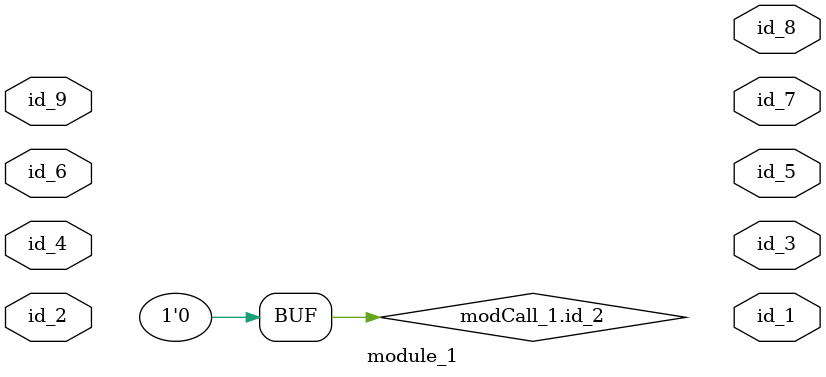
<source format=v>
module module_0 ();
  always #1 begin : LABEL_0
    id_1 = new[1];
  end
  initial #1 id_2 <= id_2;
  wand id_3 = 1;
endmodule
module module_1 (
    id_1,
    id_2,
    id_3,
    id_4,
    id_5,
    id_6,
    id_7,
    id_8,
    id_9
);
  inout wire id_9;
  output wire id_8;
  output wire id_7;
  inout wire id_6;
  output wire id_5;
  inout wire id_4;
  output wire id_3;
  input wire id_2;
  output wire id_1;
  module_0 modCall_1 ();
  assign modCall_1.id_2 = 0;
endmodule

</source>
